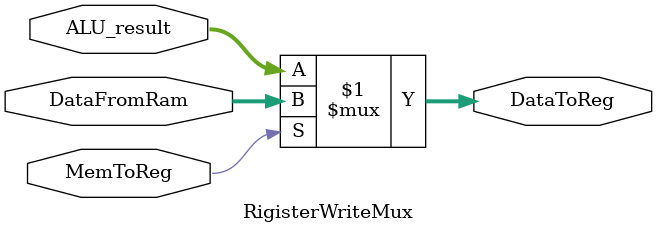
<source format=v>
module RigisterWriteMux(
    input [31:0] DataFromRam,
    input MemToReg,
    input [31:0] ALU_result,
    output [31:0] DataToReg
    );

    assign DataToReg = MemToReg ? DataFromRam : ALU_result;
endmodule
</source>
